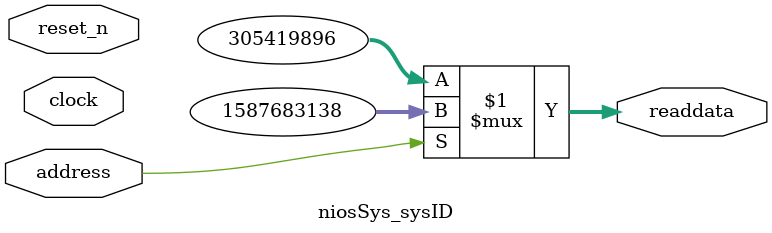
<source format=v>



// synthesis translate_off
`timescale 1ns / 1ps
// synthesis translate_on

// turn off superfluous verilog processor warnings 
// altera message_level Level1 
// altera message_off 10034 10035 10036 10037 10230 10240 10030 

module niosSys_sysID (
               // inputs:
                address,
                clock,
                reset_n,

               // outputs:
                readdata
             )
;

  output  [ 31: 0] readdata;
  input            address;
  input            clock;
  input            reset_n;

  wire    [ 31: 0] readdata;
  //control_slave, which is an e_avalon_slave
  assign readdata = address ? 1587683138 : 305419896;

endmodule



</source>
